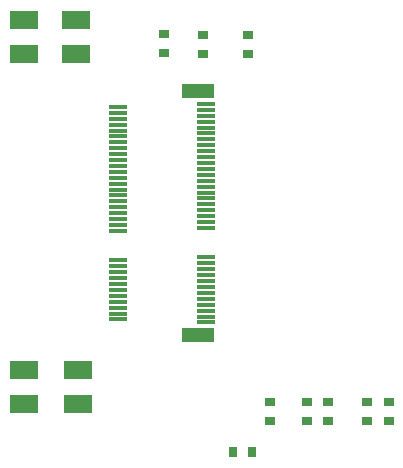
<source format=gbp>
G04*
G04 #@! TF.GenerationSoftware,Altium Limited,Altium Designer,20.0.13 (296)*
G04*
G04 Layer_Color=128*
%FSLAX44Y44*%
%MOMM*%
G71*
G01*
G75*
%ADD36R,2.7500X1.2000*%
%ADD37R,1.5500X0.3000*%
%ADD38R,0.9000X0.7000*%
%ADD39R,0.7000X0.9000*%
%ADD40R,2.4000X1.5000*%
D36*
X507250Y433500D02*
D03*
Y226500D02*
D03*
D37*
X514500Y422500D02*
D03*
X440000Y420000D02*
D03*
X514500Y417500D02*
D03*
X440000Y415000D02*
D03*
X514500Y412500D02*
D03*
X440000Y410000D02*
D03*
X514500Y407500D02*
D03*
X440000Y405000D02*
D03*
X514500Y402500D02*
D03*
X440000Y400000D02*
D03*
X514500Y397500D02*
D03*
X440000Y395000D02*
D03*
X514500Y392500D02*
D03*
X440000Y390000D02*
D03*
X514500Y387500D02*
D03*
X440000Y385000D02*
D03*
X514500Y382500D02*
D03*
X440000Y380000D02*
D03*
X514500Y377500D02*
D03*
X440000Y375000D02*
D03*
X514500Y372500D02*
D03*
X440000Y370000D02*
D03*
X514500Y367500D02*
D03*
X440000Y365000D02*
D03*
X514500Y362500D02*
D03*
X440000Y360000D02*
D03*
X514500Y357500D02*
D03*
X440000Y355000D02*
D03*
X514500Y352500D02*
D03*
X440000Y350000D02*
D03*
X514500Y347500D02*
D03*
X440000Y345000D02*
D03*
X514500Y342500D02*
D03*
X440000Y340000D02*
D03*
X514500Y337500D02*
D03*
X440000Y335000D02*
D03*
X514500Y332500D02*
D03*
X440000Y330000D02*
D03*
X514500Y327500D02*
D03*
X440000Y325000D02*
D03*
X514500Y322500D02*
D03*
X440000Y320000D02*
D03*
X514500Y317500D02*
D03*
X440000Y315000D02*
D03*
X514500Y292500D02*
D03*
X440000Y290000D02*
D03*
X514500Y287500D02*
D03*
X440000Y285000D02*
D03*
X514500Y282500D02*
D03*
X440000Y280000D02*
D03*
X514500Y277500D02*
D03*
X440000Y275000D02*
D03*
X514500Y272500D02*
D03*
X440000Y270000D02*
D03*
X514500Y267500D02*
D03*
X440000Y265000D02*
D03*
X514500Y262500D02*
D03*
X440000Y260000D02*
D03*
X514500Y257500D02*
D03*
X440000Y255000D02*
D03*
X514500Y252500D02*
D03*
X440000Y250000D02*
D03*
X514500Y247500D02*
D03*
X440000Y245000D02*
D03*
X514500Y242500D02*
D03*
X440000Y240000D02*
D03*
X514500Y237500D02*
D03*
D38*
X617740Y154200D02*
D03*
Y170200D02*
D03*
X599350Y154200D02*
D03*
Y170200D02*
D03*
X568430Y154250D02*
D03*
Y170250D02*
D03*
X549550Y480580D02*
D03*
Y464580D02*
D03*
X511950Y464930D02*
D03*
Y480930D02*
D03*
X478570Y465630D02*
D03*
Y481630D02*
D03*
X650810Y154200D02*
D03*
Y170200D02*
D03*
X668680Y154200D02*
D03*
Y170200D02*
D03*
D39*
X536690Y128210D02*
D03*
X552690D02*
D03*
D40*
X359860Y168650D02*
D03*
Y197650D02*
D03*
X405500Y168650D02*
D03*
Y197650D02*
D03*
X359860Y493610D02*
D03*
Y464610D02*
D03*
X404120Y493610D02*
D03*
Y464610D02*
D03*
M02*

</source>
